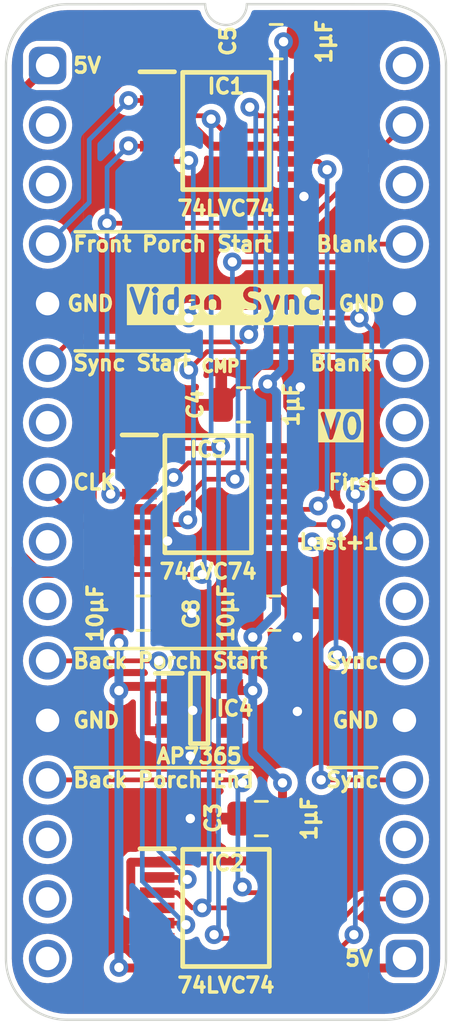
<source format=kicad_pcb>
(kicad_pcb (version 20221018) (generator pcbnew)
  (title_block (title "Blank and Sync") (date "2024-02-25") (rev "V0"))
  (layers (0 "F.Cu" signal) (31 "B.Cu" signal) (34 "B.Paste" user) (35 "F.Paste" user) (36 "B.SilkS" user "B.Silkscreen") (37 "F.SilkS" user "F.Silkscreen") (38 "B.Mask" user) (39 "F.Mask" user) (44 "Edge.Cuts" user))
  (net 0 "")
  (net 1 "/5V")
  (net 2 "/GND")
  (net 3 "/3.3V")
  (net 5 "/~{Front Porch Start} _{CMP}")
  (net 12 "/~{Front Porch Start}")
  (net 14 "/~{Sync Start}")
  (net 15 "/~{Sync Start} _{CMP}")
  (net 16 "/~{Back Porch Start} _{CMP}")
  (net 17 "/~{Back Porch Start}")
  (net 19 "/~{Back Porch End}")
  (net 20 "/~{Back Porch End} _{CMP}")
  (net 21 "/Blank")
  (net 22 "/~{Blank}")
  (net 23 "/~{Sync}")
  (net 24 "/Sync")
  (net 32 "/Last + 1")
  (net 33 "/First")
  (net 34 "/CLK")
  (footprint "SamacSys_Parts:C_0805" (layer "F.Cu") (at 123.952 76.708 -90)
    (fp_text reference "C10" hide)
    (fp_text value "10µF" (at 0 2.032 90) (layer "F.SilkS") (effects (font (size 0.635 0.635))))
    (fp_line (start -0.735 0.245252) (end -0.735 -0.277252) (stroke (width 0.12)) (layer "F.SilkS"))
    (fp_line (start 0.735 0.245252) (end 0.735 -0.277252) (stroke (width 0.12)) (layer "F.SilkS"))
    (pad "1" smd roundrect (at 0 0.934) (size 1 1.45) (layers "F.Cu" "F.Paste" "F.Mask") (net 3 "/3.3V"))
    (pad "2" smd roundrect (at 0 -0.966) (size 1 1.45) (layers "F.Cu" "F.Paste" "F.Mask") (net 2 "/GND"))
  )
  (footprint "SamacSys_Parts:C_0805" (layer "F.Cu") (at 123.444 85.471 90)
    (fp_text reference "C3" (at 0.027 -2.075 90) (layer "F.SilkS") (effects (font (size 0.635 0.635))))
    (fp_text value "1μF" (at 0 2.032 90) (layer "F.SilkS") (effects (font (size 0.635 0.635))))
    (fp_line (start -0.735 0.245252) (end -0.735 -0.277252) (stroke (width 0.12)) (layer "F.SilkS"))
    (fp_line (start 0.735 0.245252) (end 0.735 -0.277252) (stroke (width 0.12)) (layer "F.SilkS"))
    (pad "1" smd roundrect (at 0 0.934 180) (size 1 1.45) (layers "F.Cu" "F.Paste" "F.Mask") (net 3 "/3.3V"))
    (pad "2" smd roundrect (at 0 -0.966 180) (size 1 1.45) (layers "F.Cu" "F.Paste" "F.Mask") (net 2 "/GND"))
  )
  (footprint "SamacSys_Parts:SOP65P640X110-14N" (layer "F.Cu") (at 121.92 56.134)
    (fp_text reference "IC1" (at 0 -1.905) (layer "F.SilkS") (effects (font (size 0.635 0.635))))
    (fp_text value "74LVC74APW,118" hide)
    (fp_text user "${Silkscreen}" (at 0 3.302) (layer "F.SilkS") (effects (font (size 0.635 0.635))))
    (fp_line (start -3.675 -2.525) (end -2.2 -2.525) (stroke (width 0.2)) (layer "F.SilkS"))
    (fp_line (start -1.85 -2.5) (end 1.85 -2.5) (stroke (width 0.2)) (layer "F.SilkS"))
    (fp_line (start -1.85 2.5) (end -1.85 -2.5) (stroke (width 0.2)) (layer "F.SilkS"))
    (fp_line (start 1.85 -2.5) (end 1.85 2.5) (stroke (width 0.2)) (layer "F.SilkS"))
    (fp_line (start 1.85 2.5) (end -1.85 2.5) (stroke (width 0.2)) (layer "F.SilkS"))
    (pad "1" smd rect (at -2.938 -1.95 90) (size 0.45 1.475) (layers "F.Cu" "F.Paste" "F.Mask") (net 3 "/3.3V"))
    (pad "2" smd rect (at -2.938 -1.3 90) (size 0.45 1.475) (layers "F.Cu" "F.Paste" "F.Mask") (net 5 "/~{Front Porch Start} _{CMP}"))
    (pad "3" smd rect (at -2.938 -0.65 90) (size 0.45 1.475) (layers "F.Cu" "F.Paste" "F.Mask") (net 34 "/CLK"))
    (pad "4" smd rect (at -2.938 0 90) (size 0.45 1.475) (layers "F.Cu" "F.Paste" "F.Mask") (net 3 "/3.3V"))
    (pad "5" smd rect (at -2.938 0.65 90) (size 0.45 1.475) (layers "F.Cu" "F.Paste" "F.Mask") (net 12 "/~{Front Porch Start}"))
    (pad "6" smd rect (at -2.938 1.3 90) (size 0.45 1.475) (layers "F.Cu" "F.Paste" "F.Mask") (net 32 "/Last + 1"))
    (pad "7" smd rect (at -2.938 1.95 90) (size 0.45 1.475) (layers "F.Cu" "F.Paste" "F.Mask") (net 2 "/GND"))
    (pad "8" smd rect (at 2.938 1.95 90) (size 0.45 1.475) (layers "F.Cu" "F.Paste" "F.Mask"))
    (pad "9" smd rect (at 2.938 1.3 90) (size 0.45 1.475) (layers "F.Cu" "F.Paste" "F.Mask") (net 14 "/~{Sync Start}"))
    (pad "10" smd rect (at 2.938 0.65 90) (size 0.45 1.475) (layers "F.Cu" "F.Paste" "F.Mask") (net 3 "/3.3V"))
    (pad "11" smd rect (at 2.938 0 90) (size 0.45 1.475) (layers "F.Cu" "F.Paste" "F.Mask") (net 34 "/CLK"))
    (pad "12" smd rect (at 2.938 -0.65 90) (size 0.45 1.475) (layers "F.Cu" "F.Paste" "F.Mask") (net 15 "/~{Sync Start} _{CMP}"))
    (pad "13" smd rect (at 2.938 -1.3 90) (size 0.45 1.475) (layers "F.Cu" "F.Paste" "F.Mask") (net 3 "/3.3V"))
    (pad "14" smd rect (at 2.938 -1.95 90) (size 0.45 1.475) (layers "F.Cu" "F.Paste" "F.Mask") (net 3 "/3.3V"))
  )
  (footprint "SamacSys_Parts:DIP-32_Board_W15.24mm" (layer "F.Cu") (at 114.3 53.34)
    (fp_text reference "J1" hide)
    (fp_text value "Conn_02x16_Counter_Clockwise" hide)
    (fp_line (start -1.778 38.1) (end -1.778 0) (stroke (width 0.1)) (layer "Edge.Cuts"))
    (fp_line (start 6.731 -2.6162) (end 0.835732 -2.613732) (stroke (width 0.1)) (layer "Edge.Cuts"))
    (fp_line (start 14.404267 -2.613733) (end 8.509 -2.6162) (stroke (width 0.1)) (layer "Edge.Cuts"))
    (fp_line (start 14.404268 40.713732) (end 0.835733 40.713733) (stroke (width 0.1)) (layer "Edge.Cuts"))
    (fp_line (start 17.018 38.1) (end 17.017999 -0.000001) (stroke (width 0.1)) (layer "Edge.Cuts"))
    (fp_arc (start -1.778 0) (mid -1.012456 -1.848188) (end 0.835732 -2.613732) (stroke (width 0.1)) (layer "Edge.Cuts"))
    (fp_arc (start 0.835733 40.713733) (mid -1.012457 39.94819) (end -1.778 38.1) (stroke (width 0.1)) (layer "Edge.Cuts"))
    (fp_arc (start 8.509 -2.6162) (mid 7.62 -1.7272) (end 6.731 -2.6162) (stroke (width 0.1)) (layer "Edge.Cuts"))
    (fp_arc (start 14.404267 -2.613733) (mid 16.252453 -1.848189) (end 17.017999 -0.000001) (stroke (width 0.1)) (layer "Edge.Cuts"))
    (fp_arc (start 17.018 38.1) (mid 16.252456 39.948187) (end 14.404268 40.713732) (stroke (width 0.1)) (layer "Edge.Cuts"))
    (pad "1" thru_hole roundrect (at 0 0) (size 1.6 1.6) (drill 1) (layers "*.Cu" "*.Mask") (net 1 "/5V"))
    (pad "2" thru_hole oval (at 0 2.54) (size 1.6 1.6) (drill 1) (layers "*.Cu" "*.Mask"))
    (pad "3" thru_hole oval (at 0 5.08) (size 1.6 1.6) (drill 1) (layers "*.Cu" "*.Mask"))
    (pad "4" thru_hole oval (at 0 7.62) (size 1.6 1.6) (drill 1) (layers "*.Cu" "*.Mask") (net 5 "/~{Front Porch Start} _{CMP}"))
    (pad "5" thru_hole rect (at 0 10.16) (size 1.6 1.6) (drill 1) (layers "*.Cu" "*.Mask") (net 2 "/GND"))
    (pad "6" thru_hole oval (at 0 12.7) (size 1.6 1.6) (drill 1) (layers "*.Cu" "*.Mask") (net 15 "/~{Sync Start} _{CMP}"))
    (pad "7" thru_hole oval (at 0 15.24) (size 1.6 1.6) (drill 1) (layers "*.Cu" "*.Mask"))
    (pad "8" thru_hole oval (at 0 17.78) (size 1.6 1.6) (drill 1) (layers "*.Cu" "*.Mask") (net 34 "/CLK"))
    (pad "9" thru_hole oval (at 0 20.32) (size 1.6 1.6) (drill 1) (layers "*.Cu" "*.Mask"))
    (pad "10" thru_hole oval (at 0 22.86) (size 1.6 1.6) (drill 1) (layers "*.Cu" "*.Mask"))
    (pad "11" thru_hole oval (at 0 25.4) (size 1.6 1.6) (drill 1) (layers "*.Cu" "*.Mask") (net 16 "/~{Back Porch Start} _{CMP}"))
    (pad "12" thru_hole rect (at 0 27.94) (size 1.6 1.6) (drill 1) (layers "*.Cu" "*.Mask") (net 2 "/GND"))
    (pad "13" thru_hole oval (at 0 30.48) (size 1.6 1.6) (drill 1) (layers "*.Cu" "*.Mask") (net 20 "/~{Back Porch End} _{CMP}"))
    (pad "14" thru_hole oval (at 0 33.02) (size 1.6 1.6) (drill 1) (layers "*.Cu" "*.Mask"))
    (pad "15" thru_hole oval (at 0 35.56) (size 1.6 1.6) (drill 1) (layers "*.Cu" "*.Mask"))
    (pad "16" thru_hole oval (at 0 38.1) (size 1.6 1.6) (drill 1) (layers "*.Cu" "*.Mask"))
    (pad "17" thru_hole roundrect (at 15.24 38.1) (size 1.6 1.6) (drill 1) (layers "*.Cu" "*.Mask") (net 1 "/5V"))
    (pad "18" thru_hole oval (at 15.24 35.56 180) (size 1.6 1.6) (drill 1) (layers "*.Cu" "*.Mask") (net 19 "/~{Back Porch End}"))
    (pad "19" thru_hole oval (at 15.24 33.02 180) (size 1.6 1.6) (drill 1) (layers "*.Cu" "*.Mask"))
    (pad "20" thru_hole oval (at 15.24 30.48 180) (size 1.6 1.6) (drill 1) (layers "*.Cu" "*.Mask") (net 23 "/~{Sync}"))
    (pad "21" thru_hole rect (at 15.24 27.94) (size 1.6 1.6) (drill 1) (layers "*.Cu" "*.Mask") (net 2 "/GND"))
    (pad "22" thru_hole oval (at 15.24 25.4) (size 1.6 1.6) (drill 1) (layers "*.Cu" "*.Mask") (net 24 "/Sync"))
    (pad "23" thru_hole oval (at 15.24 22.86) (size 1.6 1.6) (drill 1) (layers "*.Cu" "*.Mask"))
    (pad "24" thru_hole oval (at 15.24 20.32) (size 1.6 1.6) (drill 1) (layers "*.Cu" "*.Mask") (net 32 "/Last + 1"))
    (pad "25" thru_hole oval (at 15.24 17.78) (size 1.6 1.6) (drill 1) (layers "*.Cu" "*.Mask") (net 33 "/First"))
    (pad "26" thru_hole oval (at 15.24 15.24) (size 1.6 1.6) (drill 1) (layers "*.Cu" "*.Mask"))
    (pad "27" thru_hole oval (at 15.24 12.7) (size 1.6 1.6) (drill 1) (layers "*.Cu" "*.Mask") (net 22 "/~{Blank}"))
    (pad "28" thru_hole rect (at 15.24 10.16) (size 1.6 1.6) (drill 1) (layers "*.Cu" "*.Mask") (net 2 "/GND"))
    (pad "29" thru_hole oval (at 15.24 7.62) (size 1.6 1.6) (drill 1) (layers "*.Cu" "*.Mask") (net 21 "/Blank"))
    (pad "30" thru_hole oval (at 15.24 5.08) (size 1.6 1.6) (drill 1) (layers "*.Cu" "*.Mask"))
    (pad "31" thru_hole oval (at 15.24 2.54) (size 1.6 1.6) (drill 1) (layers "*.Cu" "*.Mask") (net 12 "/~{Front Porch Start}"))
    (pad "32" thru_hole oval (at 15.24 0) (size 1.6 1.6) (drill 1) (layers "*.Cu" "*.Mask"))
  )
  (footprint "SamacSys_Parts:C_0805" (layer "F.Cu") (at 124.079 52.324 90)
    (fp_text reference "C5" (at 0.027 -2.075 90) (layer "F.SilkS") (effects (font (size 0.635 0.635))))
    (fp_text value "1μF" (at 0 2.032 90) (layer "F.SilkS") (effects (font (size 0.635 0.635))))
    (fp_line (start -0.735 0.245252) (end -0.735 -0.277252) (stroke (width 0.12)) (layer "F.SilkS"))
    (fp_line (start 0.735 0.245252) (end 0.735 -0.277252) (stroke (width 0.12)) (layer "F.SilkS"))
    (pad "1" smd roundrect (at 0 0.934 180) (size 1 1.45) (layers "F.Cu" "F.Paste" "F.Mask") (net 3 "/3.3V"))
    (pad "2" smd roundrect (at 0 -0.966 180) (size 1 1.45) (layers "F.Cu" "F.Paste" "F.Mask") (net 2 "/GND"))
  )
  (footprint "SamacSys_Parts:SOT95P285X130-5N" (layer "F.Cu") (at 120.777 80.772)
    (fp_text reference "IC4" (at 1.524 0) (layer "F.SilkS") (effects (font (size 0.635 0.635))))
    (fp_text value "AP7365-33WG-7" hide)
    (fp_text user "${Silkscreen}" (at 0 2.032) (layer "F.SilkS") (effects (font (size 0.635 0.635))))
    (fp_line (start -1.875 -1.5) (end -0.725 -1.5) (stroke (width 0.2)) (layer "F.SilkS"))
    (fp_line (start -0.375 -1.5) (end 0.375 -1.5) (stroke (width 0.2)) (layer "F.SilkS"))
    (fp_line (start -0.375 1.5) (end -0.375 -1.5) (stroke (width 0.2)) (layer "F.SilkS"))
    (fp_line (start 0.375 -1.5) (end 0.375 1.5) (stroke (width 0.2)) (layer "F.SilkS"))
    (fp_line (start 0.375 1.5) (end -0.375 1.5) (stroke (width 0.2)) (layer "F.SilkS"))
    (pad "1" smd rect (at -1.3 -0.95 90) (size 0.6 1.15) (layers "F.Cu" "F.Paste" "F.Mask") (net 1 "/5V"))
    (pad "2" smd rect (at -1.3 0 90) (size 0.6 1.15) (layers "F.Cu" "F.Paste" "F.Mask") (net 2 "/GND"))
    (pad "3" smd rect (at -1.3 0.95 90) (size 0.6 1.15) (layers "F.Cu" "F.Paste" "F.Mask") (net 1 "/5V"))
    (pad "4" smd rect (at 1.3 0.95 90) (size 0.6 1.15) (layers "F.Cu" "F.Paste" "F.Mask"))
    (pad "5" smd rect (at 1.3 -0.95 90) (size 0.6 1.15) (layers "F.Cu" "F.Paste" "F.Mask") (net 3 "/3.3V"))
  )
  (footprint "SamacSys_Parts:SOP65P640X110-14N" (layer "F.Cu") (at 121.158 71.628)
    (fp_text reference "IC3" (at 0 -1.905) (layer "F.SilkS") (effects (font (size 0.635 0.635))))
    (fp_text value "74LVC74APW,118" hide)
    (fp_text user "${Silkscreen}" (at 0 3.302) (layer "F.SilkS") (effects (font (size 0.635 0.635))))
    (fp_line (start -3.675 -2.525) (end -2.2 -2.525) (stroke (width 0.2)) (layer "F.SilkS"))
    (fp_line (start -1.85 -2.5) (end 1.85 -2.5) (stroke (width 0.2)) (layer "F.SilkS"))
    (fp_line (start -1.85 2.5) (end -1.85 -2.5) (stroke (width 0.2)) (layer "F.SilkS"))
    (fp_line (start 1.85 -2.5) (end 1.85 2.5) (stroke (width 0.2)) (layer "F.SilkS"))
    (fp_line (start 1.85 2.5) (end -1.85 2.5) (stroke (width 0.2)) (layer "F.SilkS"))
    (pad "1" smd rect (at -2.938 -1.95 90) (size 0.45 1.475) (layers "F.Cu" "F.Paste" "F.Mask") (net 19 "/~{Back Porch End}"))
    (pad "2" smd rect (at -2.938 -1.3 90) (size 0.45 1.475) (layers "F.Cu" "F.Paste" "F.Mask") (net 2 "/GND"))
    (pad "3" smd rect (at -2.938 -0.65 90) (size 0.45 1.475) (layers "F.Cu" "F.Paste" "F.Mask") (net 2 "/GND"))
    (pad "4" smd rect (at -2.938 0 90) (size 0.45 1.475) (layers "F.Cu" "F.Paste" "F.Mask") (net 12 "/~{Front Porch Start}"))
    (pad "5" smd rect (at -2.938 0.65 90) (size 0.45 1.475) (layers "F.Cu" "F.Paste" "F.Mask") (net 21 "/Blank"))
    (pad "6" smd rect (at -2.938 1.3 90) (size 0.45 1.475) (layers "F.Cu" "F.Paste" "F.Mask") (net 22 "/~{Blank}"))
    (pad "7" smd rect (at -2.938 1.95 90) (size 0.45 1.475) (layers "F.Cu" "F.Paste" "F.Mask") (net 2 "/GND"))
    (pad "8" smd rect (at 2.938 1.95 90) (size 0.45 1.475) (layers "F.Cu" "F.Paste" "F.Mask") (net 23 "/~{Sync}"))
    (pad "9" smd rect (at 2.938 1.3 90) (size 0.45 1.475) (layers "F.Cu" "F.Paste" "F.Mask") (net 24 "/Sync"))
    (pad "10" smd rect (at 2.938 0.65 90) (size 0.45 1.475) (layers "F.Cu" "F.Paste" "F.Mask") (net 14 "/~{Sync Start}"))
    (pad "11" smd rect (at 2.938 0 90) (size 0.45 1.475) (layers "F.Cu" "F.Paste" "F.Mask") (net 2 "/GND"))
    (pad "12" smd rect (at 2.938 -0.65 90) (size 0.45 1.475) (layers "F.Cu" "F.Paste" "F.Mask") (net 2 "/GND"))
    (pad "13" smd rect (at 2.938 -1.3 90) (size 0.45 1.475) (layers "F.Cu" "F.Paste" "F.Mask") (net 17 "/~{Back Porch Start}"))
    (pad "14" smd rect (at 2.938 -1.95 90) (size 0.45 1.475) (layers "F.Cu" "F.Paste" "F.Mask") (net 3 "/3.3V"))
  )
  (footprint "SamacSys_Parts:C_0805" (layer "F.Cu") (at 122.682 67.818 90)
    (fp_text reference "C4" (at 0.027 -2.075 90) (layer "F.SilkS") (effects (font (size 0.635 0.635))))
    (fp_text value "1μF" (at 0 2.032 90) (layer "F.SilkS") (effects (font (size 0.635 0.635))))
    (fp_line (start -0.735 0.245252) (end -0.735 -0.277252) (stroke (width 0.12)) (layer "F.SilkS"))
    (fp_line (start 0.735 0.245252) (end 0.735 -0.277252) (stroke (width 0.12)) (layer "F.SilkS"))
    (pad "1" smd roundrect (at 0 0.934 180) (size 1 1.45) (layers "F.Cu" "F.Paste" "F.Mask") (net 3 "/3.3V"))
    (pad "2" smd roundrect (at 0 -0.966 180) (size 1 1.45) (layers "F.Cu" "F.Paste" "F.Mask") (net 2 "/GND"))
  )
  (footprint "SamacSys_Parts:SOP65P640X110-14N" (layer "F.Cu") (at 121.92 89.281)
    (fp_text reference "IC2" (at 0 -1.905) (layer "F.SilkS") (effects (font (size 0.635 0.635))))
    (fp_text value "74LVC74APW,118" hide)
    (fp_text user "${Silkscreen}" (at 0 3.302) (layer "F.SilkS") (effects (font (size 0.635 0.635))))
    (fp_line (start -3.675 -2.525) (end -2.2 -2.525) (stroke (width 0.2)) (layer "F.SilkS"))
    (fp_line (start -1.85 -2.5) (end 1.85 -2.5) (stroke (width 0.2)) (layer "F.SilkS"))
    (fp_line (start -1.85 2.5) (end -1.85 -2.5) (stroke (width 0.2)) (layer "F.SilkS"))
    (fp_line (start 1.85 -2.5) (end 1.85 2.5) (stroke (width 0.2)) (layer "F.SilkS"))
    (fp_line (start 1.85 2.5) (end -1.85 2.5) (stroke (width 0.2)) (layer "F.SilkS"))
    (pad "1" smd rect (at -2.938 -1.95 90) (size 0.45 1.475) (layers "F.Cu" "F.Paste" "F.Mask") (net 3 "/3.3V"))
    (pad "2" smd rect (at -2.938 -1.3 90) (size 0.45 1.475) (layers "F.Cu" "F.Paste" "F.Mask") (net 16 "/~{Back Porch Start} _{CMP}"))
    (pad "3" smd rect (at -2.938 -0.65 90) (size 0.45 1.475) (layers "F.Cu" "F.Paste" "F.Mask") (net 34 "/CLK"))
    (pad "4" smd rect (at -2.938 0 90) (size 0.45 1.475) (layers "F.Cu" "F.Paste" "F.Mask") (net 3 "/3.3V"))
    (pad "5" smd rect (at -2.938 0.65 90) (size 0.45 1.475) (layers "F.Cu" "F.Paste" "F.Mask") (net 17 "/~{Back Porch Start}"))
    (pad "6" smd rect (at -2.938 1.3 90) (size 0.45 1.475) (layers "F.Cu" "F.Paste" "F.Mask"))
    (pad "7" smd rect (at -2.938 1.95 90) (size 0.45 1.475) (layers "F.Cu" "F.Paste" "F.Mask") (net 2 "/GND"))
    (pad "8" smd rect (at 2.938 1.95 90) (size 0.45 1.475) (layers "F.Cu" "F.Paste" "F.Mask") (net 33 "/First"))
    (pad "9" smd rect (at 2.938 1.3 90) (size 0.45 1.475) (layers "F.Cu" "F.Paste" "F.Mask") (net 19 "/~{Back Porch End}"))
    (pad "10" smd rect (at 2.938 0.65 90) (size 0.45 1.475) (layers "F.Cu" "F.Paste" "F.Mask") (net 3 "/3.3V"))
    (pad "11" smd rect (at 2.938 0 90) (size 0.45 1.475) (layers "F.Cu" "F.Paste" "F.Mask") (net 34 "/CLK"))
    (pad "12" smd rect (at 2.938 -0.65 90) (size 0.45 1.475) (layers "F.Cu" "F.Paste" "F.Mask") (net 20 "/~{Back Porch End} _{CMP}"))
    (pad "13" smd rect (at 2.938 -1.3 90) (size 0.45 1.475) (layers "F.Cu" "F.Paste" "F.Mask") (net 3 "/3.3V"))
    (pad "14" smd rect (at 2.938 -1.95 90) (size 0.45 1.475) (layers "F.Cu" "F.Paste" "F.Mask") (net 3 "/3.3V"))
  )
  (footprint "SamacSys_Parts:C_0805" (layer "F.Cu") (at 118.364 76.708 -90)
    (fp_text reference "C8" (at 0.027 -2.075 90) (layer "F.SilkS") (effects (font (size 0.635 0.635))))
    (fp_text value "10µF" (at 0 2.032 90) (layer "F.SilkS") (effects (font (size 0.635 0.635))))
    (fp_line (start -0.735 0.245252) (end -0.735 -0.277252) (stroke (width 0.12)) (layer "F.SilkS"))
    (fp_line (start 0.735 0.245252) (end 0.735 -0.277252) (stroke (width 0.12)) (layer "F.SilkS"))
    (pad "1" smd roundrect (at 0 0.934) (size 1 1.45) (layers "F.Cu" "F.Paste" "F.Mask") (net 1 "/5V"))
    (pad "2" smd roundrect (at 0 -0.966) (size 1 1.45) (layers "F.Cu" "F.Paste" "F.Mask") (net 2 "/GND"))
  )
  (gr_text "First" (at 128.524 71.12) (layer "F.SilkS") (effects (font (size 0.635 0.635) (thickness 0.15) bold) (justify right)))
  (gr_text "GND" (at 115.062 63.5) (layer "F.SilkS") (effects (font (size 0.635 0.635) (thickness 0.15) bold) (justify left)))
  (gr_text "~{Sync Start} _{CMP}" (at 115.316 66.04) (layer "F.SilkS") (effects (font (size 0.635 0.635) (thickness 0.15) bold) (justify left)))
  (gr_text "CLK" (at 115.316 71.12) (layer "F.SilkS") (effects (font (size 0.635 0.635) (thickness 0.15) bold) (justify left)))
  (gr_text "~{Back Porch Start}" (at 115.316 78.74) (layer "F.SilkS") (effects (font (size 0.635 0.635) (thickness 0.15) bold) (justify left)))
  (gr_text "Sync" (at 128.524 78.74) (layer "F.SilkS") (effects (font (size 0.635 0.635) (thickness 0.15) bold) (justify right)))
  (gr_text "Video Sync" (at 121.92 64.008) (layer "F.SilkS" knockout) (effects (font (size 1 1) (thickness 0.2) bold) (justify bottom)))
  (gr_text "~{Blank}" (at 128.27 66.04) (layer "F.SilkS") (effects (font (size 0.635 0.635) (thickness 0.15) bold) (justify right)))
  (gr_text "5V" (at 115.316 53.34) (layer "F.SilkS") (effects (font (size 0.635 0.635) (thickness 0.15) bold) (justify left)))
  (gr_text "~{Back Porch End}" (at 115.316 83.82) (layer "F.SilkS") (effects (font (size 0.635 0.635) (thickness 0.15) bold) (justify left)))
  (gr_text "GND" (at 128.778 63.5) (layer "F.SilkS") (effects (font (size 0.635 0.635) (thickness 0.15) bold) (justify right)))
  (gr_text "~{Front Porch Start}" (at 115.316 60.96) (layer "F.SilkS") (effects (font (size 0.635 0.635) (thickness 0.15) bold) (justify left)))
  (gr_text "V0" (at 126.873 69.342) (layer "F.SilkS" knockout) (effects (font (size 1 1) (thickness 0.2) bold) (justify bottom)))
  (gr_text "Blank" (at 128.524 60.96) (layer "F.SilkS") (effects (font (size 0.635 0.635) (thickness 0.15) bold) (justify right)))
  (gr_text "~{Sync}" (at 128.524 83.82) (layer "F.SilkS") (effects (font (size 0.635 0.635) (thickness 0.15) bold) (justify right)))
  (gr_text "GND" (at 115.316 81.28) (layer "F.SilkS") (effects (font (size 0.635 0.635) (thickness 0.15) bold) (justify left)))
  (gr_text "Last+1" (at 128.524 73.66) (layer "F.SilkS") (effects (font (size 0.635 0.635) (thickness 0.15) bold) (justify right)))
  (gr_text "GND" (at 128.524 81.28) (layer "F.SilkS") (effects (font (size 0.635 0.635) (thickness 0.15) bold) (justify right)))
  (gr_text "5V" (at 128.27 91.44) (layer "F.SilkS") (effects (font (size 0.635 0.635) (thickness 0.15) bold) (justify right)))
  (segment (start 118.522 81.722) (end 118.512 81.712) (width 0.38) (layer "F.Cu") (net 1))
  (segment (start 113.967085 75.01) (end 113.03 74.072915) (width 0.38) (layer "F.Cu") (net 1))
  (segment (start 118.512 81.712) (end 118.512 79.832) (width 0.38) (layer "F.Cu") (net 1))
  (segment (start 117.43 76.708) (end 115.732 75.01) (width 0.38) (layer "F.Cu") (net 1))
  (segment (start 118.522 79.822) (end 119.477 79.822) (width 0.38) (layer "F.Cu") (net 1))
  (segment (start 117.348002 76.789998) (end 117.348002 77.977998) (width 0.38) (layer "F.Cu") (net 1))
  (segment (start 113.03 54.61) (end 114.3 53.34) (width 0.38) (layer "F.Cu") (net 1))
  (segment (start 118.512 79.832) (end 118.522 79.822) (width 0.38) (layer "F.Cu") (net 1))
  (segment (start 118.512 79.832) (end 117.526 79.832) (width 0.38) (layer "F.Cu") (net 1))
  (segment (start 119.477 81.722) (end 118.522 81.722) (width 0.38) (layer "F.Cu") (net 1))
  (segment (start 117.373 91.846) (end 117.348 91.821) (width 0.38) (layer "F.Cu") (net 1))
  (segment (start 117.526 79.832) (end 117.348 80.01) (width 0.38) (layer "F.Cu") (net 1))
  (segment (start 113.03 74.072915) (end 113.03 54.61) (width 0.38) (layer "F.Cu") (net 1))
  (segment (start 115.732 75.01) (end 113.967085 75.01) (width 0.38) (layer "F.Cu") (net 1))
  (segment (start 129.134 91.846) (end 117.373 91.846) (width 0.38) (layer "F.Cu") (net 1))
  (via (at 117.348002 77.977998) (size 0.8) (drill 0.4) (layers "F.Cu" "B.Cu") (net 1))
  (via (at 117.348 91.821) (size 0.8) (drill 0.4) (layers "F.Cu" "B.Cu") (net 1))
  (via (at 117.348 80.01) (size 0.8) (drill 0.4) (layers "F.Cu" "B.Cu") (net 1))
  (segment (start 117.348 77.978) (end 117.348002 77.977998) (width 0.38) (layer "B.Cu") (net 1))
  (segment (start 117.348 91.821) (end 117.348 80.01) (width 0.38) (layer "B.Cu") (net 1))
  (segment (start 117.348 80.01) (end 117.348 77.978) (width 0.38) (layer "B.Cu") (net 1))
  (segment (start 116.205 69.9505) (end 118.3375 67.818) (width 0.38) (layer "F.Cu") (net 2))
  (segment (start 123.370771 66.139) (end 121.716 67.793771) (width 0.38) (layer "F.Cu") (net 2))
  (segment (start 121.387903 76.708) (end 122.502903 75.593) (width 0.38) (layer "F.Cu") (net 2))
  (segment (start 117.8895 91.231) (end 118.982 91.231) (width 0.38) (layer "F.Cu") (net 2))
  (segment (start 116.967 54.483) (end 116.967 57.857387) (width 0.38) (layer "F.Cu") (net 2))
  (segment (start 118.22 73.578) (end 117.1275 73.578) (width 0.38) (layer "F.Cu") (net 2))
  (segment (start 117.191 70.328) (end 116.8135 69.9505) (width 0.38) (layer "F.Cu") (net 2))
  (segment (start 125.095 67.056) (end 124.178 66.139) (width 0.38) (layer "F.Cu") (net 2))
  (segment (start 128.524 63.5) (end 128.016 62.992) (width 0.38) (layer "F.Cu") (net 2))
  (segment (start 118.895756 85.471) (end 117.2745 87.092256) (width 0.38) (layer "F.Cu") (net 2))
  (segment (start 129.54 63.5) (end 128.524 63.5) (width 0.38) (layer "F.Cu") (net 2))
  (segment (start 117.1275 73.578) (end 116.205 72.6555) (width 0.38) (layer "F.Cu") (net 2))
  (segment (start 116.967 57.857387) (end 117.193613 58.084) (width 0.38) (layer "F.Cu") (net 2))
  (segment (start 118.22 70.328) (end 117.191 70.328) (width 0.38) (layer "F.Cu") (net 2))
  (segment (start 125.2235 70.968) (end 125.2235 67.1845) (width 0.38) (layer "F.Cu") (net 2))
  (segment (start 120.442 82.504) (end 120.442 80.915123) (width 0.38) (layer "F.Cu") (net 2))
  (segment (start 119.374964 73.578) (end 119.425 73.628036) (width 0.38) (layer "F.Cu") (net 2))
  (segment (start 120.442 80.915123) (end 120.501 80.856123) (width 0.38) (layer "F.Cu") (net 2))
  (segment (start 117.2745 90.616) (end 117.8895 91.231) (width 0.38) (layer "F.Cu") (net 2))
  (segment (start 122.502903 75.593) (end 123.803 75.593) (width 0.38) (layer "F.Cu") (net 2))
  (segment (start 119.33 76.708) (end 120.461 76.708) (width 0.38) (layer "F.Cu") (net 2))
  (segment (start 120.396 82.55) (end 120.442 82.504) (width 0.38) (layer "F.Cu") (net 2))
  (segment (start 118.3375 67.818) (end 121.716 67.818) (width 0.38) (layer "F.Cu") (net 2))
  (segment (start 124.096 70.978) (end 125.2135 70.978) (width 0.38) (layer "F.Cu") (net 2))
  (segment (start 122.9785 71.628) (end 120.978464 73.628036) (width 0.38) (layer "F.Cu") (net 2))
  (segment (start 125.349 81.28) (end 129.54 81.28) (width 0.38) (layer "F.Cu") (net 2))
  (segment (start 114.3 81.28) (end 115.57 81.28) (width 0.38) (layer "F.Cu") (net 2))
  (segment (start 116.8135 69.9505) (end 116.205 69.9505) (width 0.38) (layer "F.Cu") (net 2))
  (segment (start 116.205 72.6555) (end 116.205 69.9505) (width 0.38) (layer "F.Cu") (net 2))
  (segment (start 124.096 71.628) (end 122.9785 71.628) (width 0.38) (layer "F.Cu") (net 2))
  (segment (start 116.205 63.5) (end 114.3 63.5) (width 0.38) (layer "F.Cu") (net 2))
  (segment (start 117.193613 58.084) (end 118.982 58.084) (width 0.38) (layer "F.Cu") (net 2))
  (segment (start 125.2235 67.1845) (end 125.095 67.056) (width 0.38) (layer "F.Cu") (net 2))
  (segment (start 128.016 62.992) (end 125.349 62.992) (width 0.38) (layer "F.Cu") (net 2))
  (segment (start 115.57 81.28) (end 117.094 82.804) (width 0.38) (layer "F.Cu") (net 2))
  (segment (start 120.777 58.928) (end 125.248479 58.928) (width 0.38) (layer "F.Cu") (net 2))
  (segment (start 123.113 52.324) (end 119.126 52.324) (width 0.38) (layer "F.Cu") (net 2))
  (segment (start 120.461 76.708) (end 121.387903 76.708) (width 0.38) (layer "F.Cu") (net 2))
  (segment (start 124.178 66.139) (end 123.370771 66.139) (width 0.38) (layer "F.Cu") (net 2))
  (segment (start 118.982 58.084) (end 119.933 58.084) (width 0.38) (layer "F.Cu") (net 2))
  (segment (start 124.096 70.978) (end 124.096 71.628) (width 0.38) (layer "F.Cu") (net 2))
  (segment (start 119.561123 80.856123) (end 120.501 80.856123) (width 0.38) (layer "F.Cu") (net 2))
  (segment (start 123.803 75.593) (end 124.918 76.708) (width 0.38) (layer "F.Cu") (net 2))
  (segment (start 124.918 76.708) (end 124.918 77.674) (width 0.38) (layer "F.Cu") (net 2))
  (segment (start 120.396 82.804) (end 120.396 82.55) (width 0.38) (layer "F.Cu") (net 2))
  (segment (start 124.918 77.674) (end 124.968 77.724) (width 0.38) (layer "F.Cu") (net 2))
  (segment (start 118.22 70.328) (end 118.22 70.978) (width 0.38) (layer "F.Cu") (net 2))
  (segment (start 118.22 73.578) (end 119.374964 73.578) (width 0.38) (layer "F.Cu") (net 2))
  (segment (start 120.396 85.471) (end 118.895756 85.471) (width 0.38) (layer "F.Cu") (net 2))
  (segment (start 120.142 82.804) (end 120.396 82.804) (width 0.38) (layer "F.Cu") (net 2))
  (segment (start 117.2745 87.092256) (end 117.2745 90.616) (width 0.38) (layer "F.Cu") (net 2))
  (segment (start 117.094 82.804) (end 120.142 82.804) (width 0.38) (layer "F.Cu") (net 2))
  (segment (start 125.349 62.992) (end 116.713 62.992) (width 0.38) (layer "F.Cu") (net 2))
  (segment (start 119.126 52.324) (end 116.967 54.483) (width 0.38) (layer "F.Cu") (net 2))
  (segment (start 125.2135 70.978) (end 125.2235 70.968) (width 0.38) (layer "F.Cu") (net 2))
  (segment (start 119.933 58.084) (end 120.777 58.928) (width 0.38) (layer "F.Cu") (net 2))
  (segment (start 124.968 80.899) (end 120.543877 80.899) (width 0.38) (layer "F.Cu") (net 2))
  (segment (start 120.978464 73.628036) (end 119.425 73.628036) (width 0.38) (layer "F.Cu") (net 2))
  (segment (start 116.713 62.992) (end 116.205 63.5) (width 0.38) (layer "F.Cu") (net 2))
  (segment (start 124.968 80.899) (end 125.349 81.28) (width 0.38) (layer "F.Cu") (net 2))
  (segment (start 120.543877 80.899) (end 120.501 80.856123) (width 0.38) (layer "F.Cu") (net 2))
  (segment (start 122.478 85.471) (end 120.396 85.471) (width 0.38) (layer "F.Cu") (net 2))
  (via (at 120.461 76.708) (size 0.8) (drill 0.4) (layers "F.Cu" "B.Cu") (net 2))
  (via (at 120.396 85.471) (size 0.8) (drill 0.4) (layers "F.Cu" "B.Cu") (net 2))
  (via (at 125.248479 58.928) (size 0.8) (drill 0.4) (layers "F.Cu" "B.Cu") (net 2))
  (via (at 119.425 73.628036) (size 0.8) (drill 0.4) (layers "F.Cu" "B.Cu") (net 2))
  (via (at 125.095 67.056) (size 0.8) (drill 0.4) (layers "F.Cu" "B.Cu") (net 2))
  (via (at 124.968 80.899) (size 0.8) (drill 0.4) (layers "F.Cu" "B.Cu") (net 2))
  (via (at 125.349 62.992) (size 0.8) (drill 0.4) (layers "F.Cu" "B.Cu") (net 2))
  (via (at 124.968 77.724) (size 0.8) (drill 0.4) (layers "F.Cu" "B.Cu") (net 2))
  (via (at 120.396 82.804) (size 0.8) (drill 0.4) (layers "F.Cu" "B.Cu") (net 2))
  (via (at 120.501 80.856123) (size 0.8) (drill 0.4) (layers "F.Cu" "B.Cu") (net 2))
  (segment (start 120.461 76.708) (end 120.396004 76.772996) (width 0.38) (layer "B.Cu") (net 2))
  (segment (start 125.095 67.056) (end 125.349 66.802) (width 0.38) (layer "B.Cu") (net 2))
  (segment (start 125.349 66.802) (end 125.349 62.992) (width 0.38) (layer "B.Cu") (net 2))
  (segment (start 125.349 62.992) (end 125.349 59.028521) (width 0.38) (layer "B.Cu") (net 2))
  (segment (start 124.968 75.311) (end 124.812997 75.155997) (width 0.38) (layer "B.Cu") (net 2))
  (segment (start 124.968 77.724) (end 124.968 80.899) (width 0.38) (layer "B.Cu") (net 2))
  (segment (start 124.968 77.724) (end 124.968 75.311) (width 0.38) (layer "B.Cu") (net 2))
  (segment (start 119.425 75.672) (end 119.425 73.628036) (width 0.38) (layer "B.Cu") (net 2))
  (segment (start 125.349 59.028521) (end 125.248479 58.928) (width 0.38) (layer "B.Cu") (net 2))
  (segment (start 120.396004 76.772996) (end 120.396004 80.751127) (width 0.38) (layer "B.Cu") (net 2))
  (segment (start 120.396 82.804) (end 120.396 85.471) (width 0.38) (layer "B.Cu") (net 2))
  (segment (start 120.396004 80.751127) (end 120.501 80.856123) (width 0.38) (layer "B.Cu") (net 2))
  (segment (start 124.812997 67.338003) (end 125.095 67.056) (width 0.38) (layer "B.Cu") (net 2))
  (segment (start 124.812997 75.155997) (end 124.812997 67.338003) (width 0.38) (layer "B.Cu") (net 2))
  (segment (start 120.461 76.708) (end 119.425 75.672) (width 0.38) (layer "B.Cu") (net 2))
  (segment (start 123.698 67.736) (end 123.698 66.929) (width 0.38) (layer "F.Cu") (net 3))
  (segment (start 125.9855 89.921) (end 125.9755 89.931) (width 0.38) (layer "F.Cu") (net 3))
  (segment (start 117.8545 89.271) (end 117.8645 89.281) (width 0.38) (layer "F.Cu") (net 3))
  (segment (start 125.9855 54.844) (end 125.9755 54.834) (width 0.38) (layer "F.Cu") (net 3))
  (segment (start 125.9855 87.991) (end 125.9855 89.921) (width 0.38) (layer "F.Cu") (net 3))
  (segment (start 125.9755 87.981) (end 125.9855 87.991) (width 0.38) (layer "F.Cu") (net 3))
  (segment (start 124.096 69.678) (end 124.096 68.298) (width 0.38) (layer "F.Cu") (net 3))
  (segment (start 125.013 52.324) (end 125.013 53.679) (width 0.38) (layer "F.Cu") (net 3))
  (segment (start 124.858 56.784) (end 125.9755 56.784) (width 0.38) (layer "F.Cu") (net 3))
  (segment (start 124.858 86.981) (end 124.858 87.331) (width 0.38) (layer "F.Cu") (net 3))
  (segment (start 120.675771 56.134) (end 121.325771 56.784) (width 0.38) (layer "F.Cu") (net 3))
  (segment (start 125.9755 89.931) (end 124.858 89.931) (width 0.38) (layer "F.Cu") (net 3))
  (segment (start 125.013 53.679) (end 124.858 53.834) (width 0.38) (layer "F.Cu") (net 3))
  (segment (start 124.804742 87.277742) (end 119.035258 87.277742) (width 0.38) (layer "F.Cu") (net 3))
  (segment (start 119.035258 87.277742) (end 118.982 87.331) (width 0.38) (layer "F.Cu") (net 3))
  (segment (start 125.9755 56.784) (end 125.9855 56.774) (width 0.38) (layer "F.Cu") (net 3))
  (segment (start 124.858 54.184) (end 118.982 54.184) (width 0.38) (layer "F.Cu") (net 3))
  (segment (start 124.858 87.331) (end 124.804742 87.277742) (width 0.38) (layer "F.Cu") (net 3))
  (segment (start 118.982 56.134) (end 120.675771 56.134) (width 0.38) (layer "F.Cu") (net 3))
  (segment (start 125.9855 56.774) (end 125.9855 54.844) (width 0.38) (layer "F.Cu") (net 3))
  (segment (start 118.982 87.331) (end 117.856 87.331) (width 0.38) (layer "F.Cu") (net 3))
  (segment (start 124.378 85.471) (end 124.378 86.501) (width 0.38) (layer "F.Cu") (net 3))
  (segment (start 124.858 53.834) (end 124.858 54.184) (width 0.38) (layer "F.Cu") (net 3))
  (segment (start 117.8645 89.281) (end 118.982 89.281) (width 0.38) (layer "F.Cu") (net 3))
  (segment (start 124.378 86.501) (end 124.858 86.981) (width 0.38) (layer "F.Cu") (net 3))
  (segment (start 124.333 83.947) (end 124.333 85.426) (width 0.38) (layer "F.Cu") (net 3))
  (segment (start 122.265008 80.010008) (end 123.063 80.010008) (width 0.38) (layer "F.Cu") (net 3))
  (segment (start 125.9755 54.834) (end 124.858 54.834) (width 0.38) (layer "F.Cu") (net 3))
  (segment (start 124.858 54.184) (end 124.858 54.834) (width 0.38) (layer "F.Cu") (net 3))
  (segment (start 122.077 79.822) (end 122.265008 80.010008) (width 0.38) (layer "F.Cu") (net 3))
  (segment (start 123.018 77.679) (end 123.063 77.724) (width 0.38) (layer "F.Cu") (net 3))
  (segment (start 124.858 87.981) (end 124.858 87.331) (width 0.38) (layer "F.Cu") (net 3))
  (segment (start 117.8545 87.3325) (end 117.8545 89.271) (width 0.38) (layer "F.Cu") (net 3))
  (segment (start 124.096 68.298) (end 123.616 67.818) (width 0.38) (layer "F.Cu") (net 3))
  (segment (start 123.018 76.708) (end 123.018 77.679) (width 0.38) (layer "F.Cu") (net 3))
  (segment (start 117.856 87.331) (end 117.8545 87.3325) (width 0.38) (layer "F.Cu") (net 3))
  (segment (start 125.013 52.324) (end 124.37803 52.324) (width 0.38) (layer "F.Cu") (net 3))
  (segment (start 124.858 87.981) (end 125.9755 87.981) (width 0.38) (layer "F.Cu") (net 3))
  (segment (start 121.325771 56.784) (end 124.858 56.784) (width 0.38) (layer "F.Cu") (net 3))
  (via (at 123.698 66.929) (size 0.8) (drill 0.4) (layers "F.Cu" "B.Cu") (net 3))
  (via (at 124.333 83.947) (size 0.8) (drill 0.4) (layers "F.Cu" "B.Cu") (net 3))
  (via (at 123.063 77.724) (size 0.8) (drill 0.4) (layers "F.Cu" "B.Cu") (net 3))
  (via (at 123.063 80.010008) (size 0.8) (drill 0.4) (layers "F.Cu" "B.Cu") (net 3))
  (via (at 124.37803 52.324) (size 0.8) (drill 0.4) (layers "F.Cu" "B.Cu") (net 3))
  (segment (start 123.698 66.929) (end 124.37803 66.24897) (width 0.38) (layer "B.Cu") (net 3))
  (segment (start 123.063 80.010008) (end 123.063 82.677) (width 0.38) (layer "B.Cu") (net 3))
  (segment (start 124.079 67.31) (end 123.698 66.929) (width 0.38) (layer "B.Cu") (net 3))
  (segment (start 124.37803 66.24897) (end 124.37803 52.324) (width 0.38) (layer "B.Cu") (net 3))
  (segment (start 123.063 77.724) (end 123.063 80.010008) (width 0.38) (layer "B.Cu") (net 3))
  (segment (start 123.063 82.677) (end 124.333 83.947) (width 0.38) (layer "B.Cu") (net 3))
  (segment (start 123.063 77.724) (end 124.079 76.708) (width 0.38) (layer "B.Cu") (net 3))
  (segment (start 124.079 76.708) (end 124.079 67.31) (width 0.38) (layer "B.Cu") (net 3))
  (segment (start 118.982 54.834) (end 117.757 54.834) (width 0.2) (layer "F.Cu") (net 5))
  (via (at 117.757 54.834) (size 0.8) (drill 0.4) (layers "F.Cu" "B.Cu") (net 5))
  (segment (start 114.3 60.96) (end 116.078 59.182) (width 0.2) (layer "B.Cu") (net 5))
  (segment (start 116.078 56.513) (end 117.757 54.834) (width 0.2) (layer "B.Cu") (net 5))
  (segment (start 116.078 59.182) (end 116.078 56.513) (width 0.2) (layer "B.Cu") (net 5))
  (segment (start 117.772 56.784) (end 117.757 56.769) (width 0.2) (layer "F.Cu") (net 12))
  (segment (start 125.349 60.071) (end 129.54 55.88) (width 0.2) (layer "F.Cu") (net 12))
  (segment (start 116.995007 71.628) (end 116.995 71.627993) (width 0.2) (layer "F.Cu") (net 12))
  (segment (start 116.84 60.071) (end 125.349 60.071) (width 0.2) (layer "F.Cu") (net 12))
  (segment (start 118.22 71.628) (end 116.995007 71.628) (width 0.2) (layer "F.Cu") (net 12))
  (segment (start 118.982 56.784) (end 117.772 56.784) (width 0.2) (layer "F.Cu") (net 12))
  (via (at 116.995 71.627993) (size 0.8) (drill 0.4) (layers "F.Cu" "B.Cu") (net 12))
  (via (at 117.757 56.769) (size 0.8) (drill 0.4) (layers "F.Cu" "B.Cu") (net 12))
  (via (at 116.84 60.071) (size 0.8) (drill 0.4) (layers "F.Cu" "B.Cu") (net 12))
  (segment (start 116.84 71.472993) (end 116.995 71.627993) (width 0.2) (layer "B.Cu") (net 12))
  (segment (start 116.84 57.686) (end 117.757 56.769) (width 0.2) (layer "B.Cu") (net 12))
  (segment (start 116.84 60.071) (end 116.84 71.472993) (width 0.2) (layer "B.Cu") (net 12))
  (segment (start 116.84 60.071) (end 116.84 57.686) (width 0.2) (layer "B.Cu") (net 12))
  (segment (start 125.715 72.278) (end 125.857 72.136) (width 0.2) (layer "F.Cu") (net 14))
  (segment (start 125.88701 57.434) (end 126.23801 57.785) (width 0.2) (layer "F.Cu") (net 14))
  (segment (start 124.858 57.434) (end 125.88701 57.434) (width 0.2) (layer "F.Cu") (net 14))
  (segment (start 124.096 72.278) (end 125.715 72.278) (width 0.2) (layer "F.Cu") (net 14))
  (via (at 126.23801 57.785) (size 0.8) (drill 0.4) (layers "F.Cu" "B.Cu") (net 14))
  (via (at 125.857 72.136) (size 0.8) (drill 0.4) (layers "F.Cu" "B.Cu") (net 14))
  (segment (start 126.238 57.78501) (end 126.23801 57.785) (width 0.2) (layer "B.Cu") (net 14))
  (segment (start 126.238 71.755) (end 126.238 57.78501) (width 0.2) (layer "B.Cu") (net 14))
  (segment (start 125.857 72.136) (end 126.238 71.755) (width 0.2) (layer "B.Cu") (net 14))
  (segment (start 115.204958 65.135042) (end 122.573813 65.135042) (width 0.2) (layer "F.Cu") (net 15))
  (segment (start 114.3 66.04) (end 115.204958 65.135042) (width 0.2) (layer "F.Cu") (net 15))
  (segment (start 122.573813 65.135042) (end 122.893477 64.815378) (width 0.2) (layer "F.Cu") (net 15))
  (segment (start 123.302 55.484) (end 122.936 55.118) (width 0.2) (layer "F.Cu") (net 15))
  (segment (start 124.858 55.484) (end 123.302 55.484) (width 0.2) (layer "F.Cu") (net 15))
  (via (at 122.936 55.118) (size 0.8) (drill 0.4) (layers "F.Cu" "B.Cu") (net 15))
  (via (at 122.893477 64.815378) (size 0.8) (drill 0.4) (layers "F.Cu" "B.Cu") (net 15))
  (segment (start 123.19 64.518855) (end 122.893477 64.815378) (width 0.2) (layer "B.Cu") (net 15))
  (segment (start 122.936 55.118) (end 123.19 55.372) (width 0.2) (layer "B.Cu") (net 15))
  (segment (start 123.19 55.372) (end 123.19 64.518855) (width 0.2) (layer "B.Cu") (net 15))
  (segment (start 114.3 78.74) (end 119.045008 78.74) (width 0.2) (layer "F.Cu") (net 16))
  (segment (start 118.982 87.981) (end 120.179246 87.981) (width 0.2) (layer "F.Cu") (net 16))
  (segment (start 120.179246 87.981) (end 120.265988 88.067742) (width 0.2) (layer "F.Cu") (net 16))
  (via (at 119.045008 78.74) (size 0.8) (drill 0.4) (layers "F.Cu" "B.Cu") (net 16))
  (via (at 120.265988 88.067742) (size 0.8) (drill 0.4) (layers "F.Cu" "B.Cu") (net 16))
  (segment (start 119.045008 78.74) (end 119.045 78.740008) (width 0.2) (layer "B.Cu") (net 16))
  (segment (start 119.045 86.846754) (end 120.265988 88.067742) (width 0.2) (layer "B.Cu") (net 16))
  (segment (start 119.045 78.740008) (end 119.045 86.846754) (width 0.2) (layer "B.Cu") (net 16))
  (segment (start 120.30544 70.293) (end 119.68322 70.91522) (width 0.2) (layer "F.Cu") (net 17))
  (segment (start 120.136958 89.931) (end 120.205125 89.999167) (width 0.2) (layer "F.Cu") (net 17))
  (segment (start 118.982 89.931) (end 120.136958 89.931) (width 0.2) (layer "F.Cu") (net 17))
  (segment (start 124.061 70.293) (end 120.30544 70.293) (width 0.2) (layer "F.Cu") (net 17))
  (via (at 120.205125 89.999167) (size 0.8) (drill 0.4) (layers "F.Cu" "B.Cu") (net 17))
  (via (at 119.68322 70.91522) (size 0.8) (drill 0.4) (layers "F.Cu" "B.Cu") (net 17))
  (segment (start 118.345 88.139042) (end 120.205125 89.999167) (width 0.2) (layer "B.Cu") (net 17))
  (segment (start 118.345 72.25344) (end 118.345 88.139042) (width 0.2) (layer "B.Cu") (net 17))
  (segment (start 119.68322 70.91522) (end 118.345 72.25344) (width 0.2) (layer "B.Cu") (net 17))
  (segment (start 127.762 88.9) (end 129.54 88.9) (width 0.2) (layer "F.Cu") (net 19))
  (segment (start 124.858 90.581) (end 126.081 90.581) (width 0.2) (layer "F.Cu") (net 19))
  (segment (start 121.606514 69.678) (end 121.691514 69.593) (width 0.2) (layer "F.Cu") (net 19))
  (segment (start 126.081 90.581) (end 127.762 88.9) (width 0.2) (layer "F.Cu") (net 19))
  (segment (start 121.569 90.581) (end 121.412 90.424) (width 0.2) (layer "F.Cu") (net 19))
  (segment (start 118.22 69.678) (end 121.606514 69.678) (width 0.2) (layer "F.Cu") (net 19))
  (segment (start 124.858 90.581) (end 121.569 90.581) (width 0.2) (layer "F.Cu") (net 19))
  (via (at 121.691514 69.593) (size 0.8) (drill 0.4) (layers "F.Cu" "B.Cu") (net 19))
  (via (at 121.412 90.424) (size 0.8) (drill 0.4) (layers "F.Cu" "B.Cu") (net 19))
  (segment (start 121.412 90.424) (end 121.601 90.235) (width 0.2) (layer "B.Cu") (net 19))
  (segment (start 121.601 69.683514) (end 121.691514 69.593) (width 0.2) (layer "B.Cu") (net 19))
  (segment (start 121.601 90.235) (end 121.601 69.683514) (width 0.2) (layer "B.Cu") (net 19))
  (segment (start 122.859 88.631) (end 122.62 88.392) (width 0.2) (layer "F.Cu") (net 20))
  (segment (start 114.3 83.82) (end 122.493 83.82) (width 0.2) (layer "F.Cu") (net 20))
  (segment (start 124.858 88.631) (end 122.859 88.631) (width 0.2) (layer "F.Cu") (net 20))
  (segment (start 122.493 83.82) (end 122.62 83.947) (width 0.2) (layer "F.Cu") (net 20))
  (via (at 122.62 88.392) (size 0.8) (drill 0.4) (layers "F.Cu" "B.Cu") (net 20))
  (via (at 122.62 83.947) (size 0.8) (drill 0.4) (layers "F.Cu" "B.Cu") (net 20))
  (segment (start 122.428 88.2) (end 122.428 84.139) (width 0.2) (layer "B.Cu") (net 20))
  (segment (start 122.428 84.139) (end 122.62 83.947) (width 0.2) (layer "B.Cu") (net 20))
  (segment (start 122.62 88.392) (end 122.428 88.2) (width 0.2) (layer "B.Cu") (net 20))
  (segment (start 128.27 60.96) (end 127.508 61.722) (width 0.2) (layer "F.Cu") (net 21))
  (segment (start 119.752047 72.278) (end 121.037047 70.993) (width 0.2) (layer "F.Cu") (net 21))
  (segment (start 121.037047 70.993) (end 122.301 70.993) (width 0.2) (layer "F.Cu") (net 21))
  (segment (start 127.508 61.722) (end 122.193511 61.722) (width 0.2) (layer "F.Cu") (net 21))
  (segment (start 129.54 60.96) (end 128.27 60.96) (width 0.2) (layer "F.Cu") (net 21))
  (segment (start 118.22 72.278) (end 119.752047 72.278) (width 0.2) (layer "F.Cu") (net 21))
  (via (at 122.193511 61.722) (size 0.8) (drill 0.4) (layers "F.Cu" "B.Cu") (net 21))
  (via (at 122.301 70.993) (size 0.8) (drill 0.4) (layers "F.Cu" "B.Cu") (net 21))
  (segment (start 122.43102 65.342871) (end 122.43102 70.86298) (width 0.2) (layer "B.Cu") (net 21))
  (segment (start 122.193511 61.722) (end 122.193511 65.105362) (width 0.2) (layer "B.Cu") (net 21))
  (segment (start 122.193511 65.105362) (end 122.43102 65.342871) (width 0.2) (layer "B.Cu") (net 21))
  (segment (start 122.43102 70.86298) (end 122.301 70.993) (width 0.2) (layer "B.Cu") (net 21))
  (segment (start 129.05 65.55) (end 121.113097 65.55) (width 0.2) (layer "F.Cu") (net 22))
  (segment (start 121.113097 65.55) (end 120.331006 66.332091) (width 0.2) (layer "F.Cu") (net 22))
  (segment (start 120.091997 72.928) (end 120.291514 72.728483) (width 0.2) (layer "F.Cu") (net 22))
  (segment (start 118.22 72.928) (end 120.091997 72.928) (width 0.2) (layer "F.Cu") (net 22))
  (via (at 120.291514 72.728483) (size 0.8) (drill 0.4) (layers "F.Cu" "B.Cu") (net 22))
  (via (at 120.331006 66.332091) (size 0.8) (drill 0.4) (layers "F.Cu" "B.Cu") (net 22))
  (segment (start 120.331006 66.332091) (end 120.529804 66.530889) (width 0.2) (layer "B.Cu") (net 22))
  (segment (start 120.529804 66.530889) (end 120.529804 72.490193) (width 0.2) (layer "B.Cu") (net 22))
  (segment (start 120.529804 72.490193) (end 120.291514 72.728483) (width 0.2) (layer "B.Cu") (net 22))
  (segment (start 125.521 73.578) (end 125.602997 73.659997) (width 0.2) (layer "F.Cu") (net 23))
  (segment (start 125.984 83.82) (end 129.54 83.82) (width 0.2) (layer "F.Cu") (net 23))
  (segment (start 124.096 73.578) (end 125.521 73.578) (width 0.2) (layer "F.Cu") (net 23))
  (via (at 125.984 83.82) (size 0.8) (drill 0.4) (layers "F.Cu" "B.Cu") (net 23))
  (via (at 125.602997 73.659997) (size 0.8) (drill 0.4) (layers "F.Cu" "B.Cu") (net 23))
  (segment (start 125.981 83.817) (end 125.981 74.038) (width 0.2) (layer "B.Cu") (net 23))
  (segment (start 125.984 83.82) (end 125.981 83.817) (width 0.2) (layer "B.Cu") (net 23))
  (segment (start 125.981 74.038) (end 125.602997 73.659997) (width 0.2) (layer "B.Cu") (net 23))
  (segment (start 129.54 78.74) (end 126.935 78.74) (width 0.2) (layer "F.Cu") (net 24))
  (segment (start 126.935 78.74) (end 126.681 78.486) (width 0.2) (layer "F.Cu") (net 24))
  (segment (start 126.589 72.928) (end 126.619 72.898) (width 0.2) (layer "F.Cu") (net 24))
  (segment (start 124.096 72.928) (end 126.589 72.928) (width 0.2) (layer "F.Cu") (net 24))
  (via (at 126.681 78.486) (size 0.8) (drill 0.4) (layers "F.Cu" "B.Cu") (net 24))
  (via (at 126.619 72.898) (size 0.8) (drill 0.4) (layers "F.Cu" "B.Cu") (net 24))
  (segment (start 126.619 72.898) (end 126.619 78.424) (width 0.2) (layer "B.Cu") (net 24))
  (segment (start 126.619 78.424) (end 126.681 78.486) (width 0.2) (layer "B.Cu") (net 24))
  (segment (start 120.330992 64.115378) (end 127.615378 64.115378) (width 0.2) (layer "F.Cu") (net 32))
  (segment (start 120.287698 57.434) (end 120.331006 57.390692) (width 0.2) (layer "F.Cu") (net 32))
  (segment (start 127.615378 64.115378) (end 127.615379 64.115379) (width 0.2) (layer "F.Cu") (net 32))
  (segment (start 118.982 57.434) (end 120.287698 57.434) (width 0.2) (layer "F.Cu") (net 32))
  (via (at 127.615379 64.115379) (size 0.8) (drill 0.4) (layers "F.Cu" "B.Cu") (net 32))
  (via (at 120.331006 57.390692) (size 0.8) (drill 0.4) (layers "F.Cu" "B.Cu") (net 32))
  (via (at 120.330992 64.115378) (size 0.8) (drill 0.4) (layers "F.Cu" "B.Cu") (net 32))
  (segment (start 128.143 64.643) (end 127.615379 64.115379) (width 0.2) (layer "B.Cu") (net 32))
  (segment (start 128.143 72.263) (end 128.143 64.643) (width 0.2) (layer "B.Cu") (net 32))
  (segment (start 120.523 63.92337) (end 120.330992 64.115378) (width 0.2) (layer "B.Cu") (net 32))
  (segment (start 120.331006 57.390692) (end 120.523 57.582686) (width 0.2) (layer "B.Cu") (net 32))
  (segment (start 120.523 57.582686) (end 120.523 63.92337) (width 0.2) (layer "B.Cu") (net 32))
  (segment (start 129.54 73.66) (end 128.143 72.263) (width 0.2) (layer "B.Cu") (net 32))
  (segment (start 129.54 71.12) (end 127.951 71.12) (width 0.2) (layer "F.Cu") (net 33))
  (segment (start 124.858 91.231) (end 126.574 91.231) (width 0.2) (layer "F.Cu") (net 33))
  (segment (start 126.574 91.231) (end 127.381 90.424) (width 0.2) (layer "F.Cu") (net 33))
  (segment (start 127.951 71.12) (end 127.443 71.628) (width 0.2) (layer "F.Cu") (net 33))
  (via (at 127.381 90.424) (size 0.8) (drill 0.4) (layers "F.Cu" "B.Cu") (net 33))
  (via (at 127.443 71.628) (size 0.8) (drill 0.4) (layers "F.Cu" "B.Cu") (net 33))
  (segment (start 127.443 71.628) (end 127.443 90.362) (width 0.2) (layer "B.Cu") (net 33))
  (segment (start 127.443 90.362) (end 127.381 90.424) (width 0.2) (layer "B.Cu") (net 33))
  (segment (start 117.913535 75.057) (end 120.901 75.057) (width 0.2) (layer "F.Cu") (net 34))
  (segment (start 114.3 71.443465) (end 117.913535 75.057) (width 0.2) (layer "F.Cu") (net 34))
  (segment (start 121.793 56.134) (end 121.285 55.626) (width 0.2) (layer "F.Cu") (net 34))
  (segment (start 121.143 55.484) (end 121.285 55.626) (width 0.2) (layer "F.Cu") (net 34))
  (segment (start 118.982 88.631) (end 119.824794 88.631) (width 0.2) (layer "F.Cu") (net 34))
  (segment (start 124.858 56.134) (end 121.793 56.134) (width 0.2) (layer "F.Cu") (net 34))
  (segment (start 124.858 89.281) (end 120.901 89.281) (width 0.2) (layer "F.Cu") (net 34))
  (segment (start 118.982 55.484) (end 121.143 55.484) (width 0.2) (layer "F.Cu") (net 34))
  (segment (start 119.824794 88.631) (end 120.474794 89.281) (width 0.2) (layer "F.Cu") (net 34))
  (segment (start 120.474794 89.281) (end 120.901 89.281) (width 0.2) (layer "F.Cu") (net 34))
  (via (at 120.901 89.281) (size 0.8) (drill 0.4) (layers "F.Cu" "B.Cu") (net 34))
  (via (at 120.901 75.057) (size 0.8) (drill 0.4) (layers "F.Cu" "B.Cu") (net 34))
  (via (at 121.285 55.626) (size 0.8) (drill 0.4) (layers "F.Cu" "B.Cu") (net 34))
  (segment (start 121.201 88.981) (end 121.201 75.357) (width 0.2) (layer "B.Cu") (net 34))
  (segment (start 120.901 89.281) (end 121.201 88.981) (width 0.2) (layer "B.Cu") (net 34))
  (segment (start 120.991514 69.30305) (end 120.991514 74.966486) (width 0.2) (layer "B.Cu") (net 34))
  (segment (start 120.991514 74.966486) (end 120.901 75.057) (width 0.2) (layer "B.Cu") (net 34))
  (segment (start 121.285 55.626) (end 121.285 69.009564) (width 0.2) (layer "B.Cu") (net 34))
  (segment (start 121.201 75.357) (end 120.901 75.057) (width 0.2) (layer "B.Cu") (net 34))
  (segment (start 121.285 69.009564) (end 120.991514 69.30305) (width 0.2) (layer "B.Cu") (net 34))
  (zone (net 2) (net_name "/GND") (layers "F&B.Cu") (connect_pads yes (clearance 0.25)) (min_thickness 0.25) (fill yes (thermal_gap 0.5) (thermal_bridge_width 0.5) (island_removal_mode 2) (island_area_min 10))
    (polygon (pts (xy 128.016 50.546) (xy 131.572 50.546) (xy 131.572 94.234) (xy 128.016 94.234)))
  )
  (zone (net 2) (net_name "/GND") (layers "F&B.Cu") (connect_pads yes (clearance 0.25)) (min_thickness 0.25) (fill yes (thermal_gap 0.5) (thermal_bridge_width 0.5) (island_removal_mode 2) (island_area_min 10))
    (polygon (pts (xy 112.268 50.546) (xy 115.824 50.546) (xy 115.824 94.234) (xy 112.268 94.234)))
  )
  (zone (net 2) (net_name "/GND") (layers "F&B.Cu") (connect_pads (clearance 0.25)) (min_thickness 0.25) (fill yes (thermal_gap 0.5) (thermal_bridge_width 0.5) (island_removal_mode 2) (island_area_min 10))
    (polygon (pts (xy 115.824 50.546) (xy 128.016 50.546) (xy 128.016 94.234) (xy 115.824 94.234)))
  )
)
</source>
